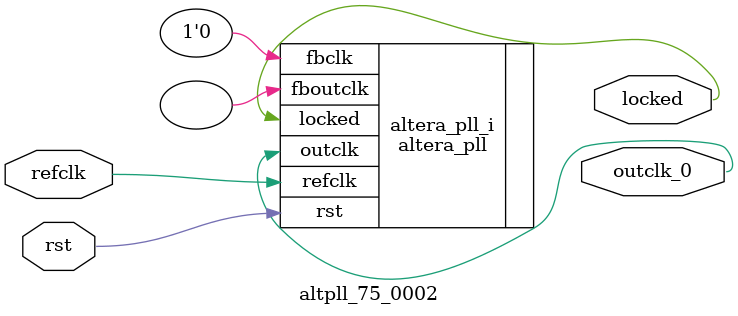
<source format=v>
`timescale 1ns/10ps
module  altpll_75_0002(

	// interface 'refclk'
	input wire refclk,

	// interface 'reset'
	input wire rst,

	// interface 'outclk0'
	output wire outclk_0,

	// interface 'locked'
	output wire locked
);

	altera_pll #(
		.fractional_vco_multiplier("false"),
		.reference_clock_frequency("50.0 MHz"),
		.operation_mode("direct"),
		.number_of_clocks(1),
		.output_clock_frequency0("75.000000 MHz"),
		.phase_shift0("0 ps"),
		.duty_cycle0(50),
		.output_clock_frequency1("0 MHz"),
		.phase_shift1("0 ps"),
		.duty_cycle1(50),
		.output_clock_frequency2("0 MHz"),
		.phase_shift2("0 ps"),
		.duty_cycle2(50),
		.output_clock_frequency3("0 MHz"),
		.phase_shift3("0 ps"),
		.duty_cycle3(50),
		.output_clock_frequency4("0 MHz"),
		.phase_shift4("0 ps"),
		.duty_cycle4(50),
		.output_clock_frequency5("0 MHz"),
		.phase_shift5("0 ps"),
		.duty_cycle5(50),
		.output_clock_frequency6("0 MHz"),
		.phase_shift6("0 ps"),
		.duty_cycle6(50),
		.output_clock_frequency7("0 MHz"),
		.phase_shift7("0 ps"),
		.duty_cycle7(50),
		.output_clock_frequency8("0 MHz"),
		.phase_shift8("0 ps"),
		.duty_cycle8(50),
		.output_clock_frequency9("0 MHz"),
		.phase_shift9("0 ps"),
		.duty_cycle9(50),
		.output_clock_frequency10("0 MHz"),
		.phase_shift10("0 ps"),
		.duty_cycle10(50),
		.output_clock_frequency11("0 MHz"),
		.phase_shift11("0 ps"),
		.duty_cycle11(50),
		.output_clock_frequency12("0 MHz"),
		.phase_shift12("0 ps"),
		.duty_cycle12(50),
		.output_clock_frequency13("0 MHz"),
		.phase_shift13("0 ps"),
		.duty_cycle13(50),
		.output_clock_frequency14("0 MHz"),
		.phase_shift14("0 ps"),
		.duty_cycle14(50),
		.output_clock_frequency15("0 MHz"),
		.phase_shift15("0 ps"),
		.duty_cycle15(50),
		.output_clock_frequency16("0 MHz"),
		.phase_shift16("0 ps"),
		.duty_cycle16(50),
		.output_clock_frequency17("0 MHz"),
		.phase_shift17("0 ps"),
		.duty_cycle17(50),
		.pll_type("General"),
		.pll_subtype("General")
	) altera_pll_i (
		.rst	(rst),
		.outclk	({outclk_0}),
		.locked	(locked),
		.fboutclk	( ),
		.fbclk	(1'b0),
		.refclk	(refclk)
	);
endmodule


</source>
